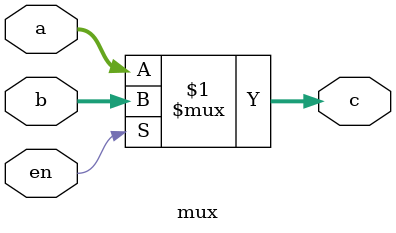
<source format=sv>
module mux
  #(parameter width = 16)
   ( input logic [width-1:0] a, b,
     input logic en,
     output logic [width-1:0] c );
   
   assign c = en ? b : a;
endmodule

</source>
